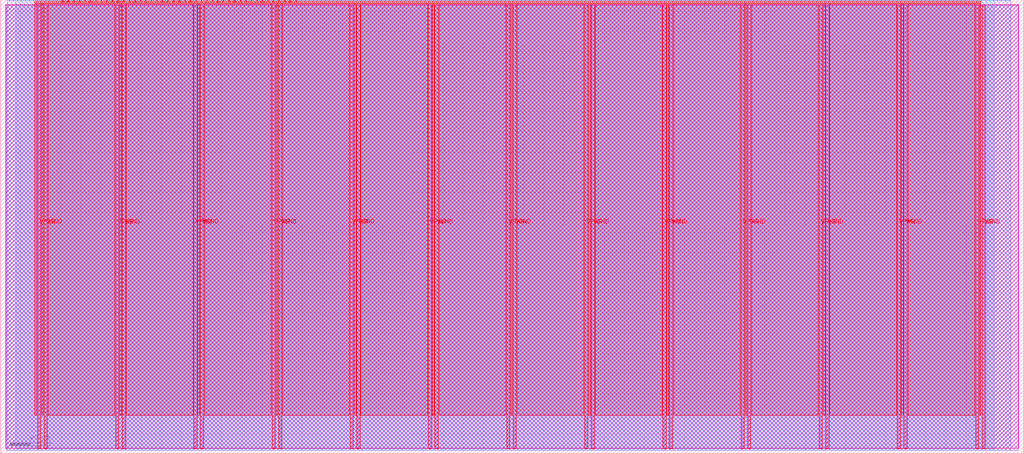
<source format=lef>
VERSION 5.7 ;
  NOWIREEXTENSIONATPIN ON ;
  DIVIDERCHAR "/" ;
  BUSBITCHARS "[]" ;
MACRO tt_um_IZ_RG_22
  CLASS BLOCK ;
  FOREIGN tt_um_IZ_RG_22 ;
  ORIGIN 0.000 0.000 ;
  SIZE 508.760 BY 225.760 ;
  PIN VGND
    DIRECTION INOUT ;
    USE GROUND ;
    PORT
      LAYER met4 ;
        RECT 21.580 2.480 23.180 223.280 ;
    END
    PORT
      LAYER met4 ;
        RECT 60.450 2.480 62.050 223.280 ;
    END
    PORT
      LAYER met4 ;
        RECT 99.320 2.480 100.920 223.280 ;
    END
    PORT
      LAYER met4 ;
        RECT 138.190 2.480 139.790 223.280 ;
    END
    PORT
      LAYER met4 ;
        RECT 177.060 2.480 178.660 223.280 ;
    END
    PORT
      LAYER met4 ;
        RECT 215.930 2.480 217.530 223.280 ;
    END
    PORT
      LAYER met4 ;
        RECT 254.800 2.480 256.400 223.280 ;
    END
    PORT
      LAYER met4 ;
        RECT 293.670 2.480 295.270 223.280 ;
    END
    PORT
      LAYER met4 ;
        RECT 332.540 2.480 334.140 223.280 ;
    END
    PORT
      LAYER met4 ;
        RECT 371.410 2.480 373.010 223.280 ;
    END
    PORT
      LAYER met4 ;
        RECT 410.280 2.480 411.880 223.280 ;
    END
    PORT
      LAYER met4 ;
        RECT 449.150 2.480 450.750 223.280 ;
    END
    PORT
      LAYER met4 ;
        RECT 488.020 2.480 489.620 223.280 ;
    END
  END VGND
  PIN VPWR
    DIRECTION INOUT ;
    USE POWER ;
    PORT
      LAYER met4 ;
        RECT 18.280 2.480 19.880 223.280 ;
    END
    PORT
      LAYER met4 ;
        RECT 57.150 2.480 58.750 223.280 ;
    END
    PORT
      LAYER met4 ;
        RECT 96.020 2.480 97.620 223.280 ;
    END
    PORT
      LAYER met4 ;
        RECT 134.890 2.480 136.490 223.280 ;
    END
    PORT
      LAYER met4 ;
        RECT 173.760 2.480 175.360 223.280 ;
    END
    PORT
      LAYER met4 ;
        RECT 212.630 2.480 214.230 223.280 ;
    END
    PORT
      LAYER met4 ;
        RECT 251.500 2.480 253.100 223.280 ;
    END
    PORT
      LAYER met4 ;
        RECT 290.370 2.480 291.970 223.280 ;
    END
    PORT
      LAYER met4 ;
        RECT 329.240 2.480 330.840 223.280 ;
    END
    PORT
      LAYER met4 ;
        RECT 368.110 2.480 369.710 223.280 ;
    END
    PORT
      LAYER met4 ;
        RECT 406.980 2.480 408.580 223.280 ;
    END
    PORT
      LAYER met4 ;
        RECT 445.850 2.480 447.450 223.280 ;
    END
    PORT
      LAYER met4 ;
        RECT 484.720 2.480 486.320 223.280 ;
    END
  END VPWR
  PIN clk
    DIRECTION INPUT ;
    USE SIGNAL ;
    ANTENNAGATEAREA 0.852000 ;
    PORT
      LAYER met4 ;
        RECT 143.830 224.760 144.130 225.760 ;
    END
  END clk
  PIN ena
    DIRECTION INPUT ;
    USE SIGNAL ;
    PORT
      LAYER met4 ;
        RECT 146.590 224.760 146.890 225.760 ;
    END
  END ena
  PIN rst_n
    DIRECTION INPUT ;
    USE SIGNAL ;
    ANTENNAGATEAREA 0.196500 ;
    PORT
      LAYER met4 ;
        RECT 141.070 224.760 141.370 225.760 ;
    END
  END rst_n
  PIN ui_in[0]
    DIRECTION INPUT ;
    USE SIGNAL ;
    ANTENNAGATEAREA 0.213000 ;
    PORT
      LAYER met4 ;
        RECT 138.310 224.760 138.610 225.760 ;
    END
  END ui_in[0]
  PIN ui_in[1]
    DIRECTION INPUT ;
    USE SIGNAL ;
    ANTENNAGATEAREA 0.159000 ;
    PORT
      LAYER met4 ;
        RECT 135.550 224.760 135.850 225.760 ;
    END
  END ui_in[1]
  PIN ui_in[2]
    DIRECTION INPUT ;
    USE SIGNAL ;
    ANTENNAGATEAREA 0.159000 ;
    PORT
      LAYER met4 ;
        RECT 132.790 224.760 133.090 225.760 ;
    END
  END ui_in[2]
  PIN ui_in[3]
    DIRECTION INPUT ;
    USE SIGNAL ;
    ANTENNAGATEAREA 0.126000 ;
    PORT
      LAYER met4 ;
        RECT 130.030 224.760 130.330 225.760 ;
    END
  END ui_in[3]
  PIN ui_in[4]
    DIRECTION INPUT ;
    USE SIGNAL ;
    ANTENNAGATEAREA 0.126000 ;
    PORT
      LAYER met4 ;
        RECT 127.270 224.760 127.570 225.760 ;
    END
  END ui_in[4]
  PIN ui_in[5]
    DIRECTION INPUT ;
    USE SIGNAL ;
    ANTENNAGATEAREA 0.126000 ;
    PORT
      LAYER met4 ;
        RECT 124.510 224.760 124.810 225.760 ;
    END
  END ui_in[5]
  PIN ui_in[6]
    DIRECTION INPUT ;
    USE SIGNAL ;
    ANTENNAGATEAREA 0.213000 ;
    PORT
      LAYER met4 ;
        RECT 121.750 224.760 122.050 225.760 ;
    END
  END ui_in[6]
  PIN ui_in[7]
    DIRECTION INPUT ;
    USE SIGNAL ;
    ANTENNAGATEAREA 0.126000 ;
    PORT
      LAYER met4 ;
        RECT 118.990 224.760 119.290 225.760 ;
    END
  END ui_in[7]
  PIN uio_in[0]
    DIRECTION INPUT ;
    USE SIGNAL ;
    PORT
      LAYER met4 ;
        RECT 116.230 224.760 116.530 225.760 ;
    END
  END uio_in[0]
  PIN uio_in[1]
    DIRECTION INPUT ;
    USE SIGNAL ;
    PORT
      LAYER met4 ;
        RECT 113.470 224.760 113.770 225.760 ;
    END
  END uio_in[1]
  PIN uio_in[2]
    DIRECTION INPUT ;
    USE SIGNAL ;
    PORT
      LAYER met4 ;
        RECT 110.710 224.760 111.010 225.760 ;
    END
  END uio_in[2]
  PIN uio_in[3]
    DIRECTION INPUT ;
    USE SIGNAL ;
    PORT
      LAYER met4 ;
        RECT 107.950 224.760 108.250 225.760 ;
    END
  END uio_in[3]
  PIN uio_in[4]
    DIRECTION INPUT ;
    USE SIGNAL ;
    PORT
      LAYER met4 ;
        RECT 105.190 224.760 105.490 225.760 ;
    END
  END uio_in[4]
  PIN uio_in[5]
    DIRECTION INPUT ;
    USE SIGNAL ;
    PORT
      LAYER met4 ;
        RECT 102.430 224.760 102.730 225.760 ;
    END
  END uio_in[5]
  PIN uio_in[6]
    DIRECTION INPUT ;
    USE SIGNAL ;
    PORT
      LAYER met4 ;
        RECT 99.670 224.760 99.970 225.760 ;
    END
  END uio_in[6]
  PIN uio_in[7]
    DIRECTION INPUT ;
    USE SIGNAL ;
    PORT
      LAYER met4 ;
        RECT 96.910 224.760 97.210 225.760 ;
    END
  END uio_in[7]
  PIN uio_oe[0]
    DIRECTION OUTPUT ;
    USE SIGNAL ;
    PORT
      LAYER met4 ;
        RECT 49.990 224.760 50.290 225.760 ;
    END
  END uio_oe[0]
  PIN uio_oe[1]
    DIRECTION OUTPUT ;
    USE SIGNAL ;
    PORT
      LAYER met4 ;
        RECT 47.230 224.760 47.530 225.760 ;
    END
  END uio_oe[1]
  PIN uio_oe[2]
    DIRECTION OUTPUT ;
    USE SIGNAL ;
    PORT
      LAYER met4 ;
        RECT 44.470 224.760 44.770 225.760 ;
    END
  END uio_oe[2]
  PIN uio_oe[3]
    DIRECTION OUTPUT ;
    USE SIGNAL ;
    PORT
      LAYER met4 ;
        RECT 41.710 224.760 42.010 225.760 ;
    END
  END uio_oe[3]
  PIN uio_oe[4]
    DIRECTION OUTPUT ;
    USE SIGNAL ;
    PORT
      LAYER met4 ;
        RECT 38.950 224.760 39.250 225.760 ;
    END
  END uio_oe[4]
  PIN uio_oe[5]
    DIRECTION OUTPUT ;
    USE SIGNAL ;
    PORT
      LAYER met4 ;
        RECT 36.190 224.760 36.490 225.760 ;
    END
  END uio_oe[5]
  PIN uio_oe[6]
    DIRECTION OUTPUT ;
    USE SIGNAL ;
    PORT
      LAYER met4 ;
        RECT 33.430 224.760 33.730 225.760 ;
    END
  END uio_oe[6]
  PIN uio_oe[7]
    DIRECTION OUTPUT ;
    USE SIGNAL ;
    PORT
      LAYER met4 ;
        RECT 30.670 224.760 30.970 225.760 ;
    END
  END uio_oe[7]
  PIN uio_out[0]
    DIRECTION OUTPUT ;
    USE SIGNAL ;
    ANTENNAGATEAREA 0.126000 ;
    ANTENNADIFFAREA 1.320000 ;
    PORT
      LAYER met4 ;
        RECT 72.070 224.760 72.370 225.760 ;
    END
  END uio_out[0]
  PIN uio_out[1]
    DIRECTION OUTPUT ;
    USE SIGNAL ;
    ANTENNAGATEAREA 0.126000 ;
    ANTENNADIFFAREA 1.320000 ;
    PORT
      LAYER met4 ;
        RECT 69.310 224.760 69.610 225.760 ;
    END
  END uio_out[1]
  PIN uio_out[2]
    DIRECTION OUTPUT ;
    USE SIGNAL ;
    ANTENNAGATEAREA 0.126000 ;
    ANTENNADIFFAREA 1.320000 ;
    PORT
      LAYER met4 ;
        RECT 66.550 224.760 66.850 225.760 ;
    END
  END uio_out[2]
  PIN uio_out[3]
    DIRECTION OUTPUT ;
    USE SIGNAL ;
    ANTENNAGATEAREA 0.126000 ;
    ANTENNADIFFAREA 1.320000 ;
    PORT
      LAYER met4 ;
        RECT 63.790 224.760 64.090 225.760 ;
    END
  END uio_out[3]
  PIN uio_out[4]
    DIRECTION OUTPUT ;
    USE SIGNAL ;
    ANTENNAGATEAREA 0.126000 ;
    ANTENNADIFFAREA 0.891000 ;
    PORT
      LAYER met4 ;
        RECT 61.030 224.760 61.330 225.760 ;
    END
  END uio_out[4]
  PIN uio_out[5]
    DIRECTION OUTPUT ;
    USE SIGNAL ;
    ANTENNAGATEAREA 0.126000 ;
    ANTENNADIFFAREA 0.891000 ;
    PORT
      LAYER met4 ;
        RECT 58.270 224.760 58.570 225.760 ;
    END
  END uio_out[5]
  PIN uio_out[6]
    DIRECTION OUTPUT ;
    USE SIGNAL ;
    ANTENNAGATEAREA 0.126000 ;
    ANTENNADIFFAREA 0.891000 ;
    PORT
      LAYER met4 ;
        RECT 55.510 224.760 55.810 225.760 ;
    END
  END uio_out[6]
  PIN uio_out[7]
    DIRECTION OUTPUT ;
    USE SIGNAL ;
    ANTENNAGATEAREA 0.126000 ;
    ANTENNADIFFAREA 1.320000 ;
    PORT
      LAYER met4 ;
        RECT 52.750 224.760 53.050 225.760 ;
    END
  END uio_out[7]
  PIN uo_out[0]
    DIRECTION OUTPUT ;
    USE SIGNAL ;
    ANTENNAGATEAREA 0.126000 ;
    ANTENNADIFFAREA 1.320000 ;
    PORT
      LAYER met4 ;
        RECT 94.150 224.760 94.450 225.760 ;
    END
  END uo_out[0]
  PIN uo_out[1]
    DIRECTION OUTPUT ;
    USE SIGNAL ;
    ANTENNAGATEAREA 0.126000 ;
    ANTENNADIFFAREA 1.320000 ;
    PORT
      LAYER met4 ;
        RECT 91.390 224.760 91.690 225.760 ;
    END
  END uo_out[1]
  PIN uo_out[2]
    DIRECTION OUTPUT ;
    USE SIGNAL ;
    ANTENNAGATEAREA 0.126000 ;
    ANTENNADIFFAREA 0.891000 ;
    PORT
      LAYER met4 ;
        RECT 88.630 224.760 88.930 225.760 ;
    END
  END uo_out[2]
  PIN uo_out[3]
    DIRECTION OUTPUT ;
    USE SIGNAL ;
    ANTENNAGATEAREA 0.126000 ;
    ANTENNADIFFAREA 0.891000 ;
    PORT
      LAYER met4 ;
        RECT 85.870 224.760 86.170 225.760 ;
    END
  END uo_out[3]
  PIN uo_out[4]
    DIRECTION OUTPUT ;
    USE SIGNAL ;
    ANTENNAGATEAREA 0.126000 ;
    ANTENNADIFFAREA 1.320000 ;
    PORT
      LAYER met4 ;
        RECT 83.110 224.760 83.410 225.760 ;
    END
  END uo_out[4]
  PIN uo_out[5]
    DIRECTION OUTPUT ;
    USE SIGNAL ;
    ANTENNAGATEAREA 0.126000 ;
    ANTENNADIFFAREA 0.891000 ;
    PORT
      LAYER met4 ;
        RECT 80.350 224.760 80.650 225.760 ;
    END
  END uo_out[5]
  PIN uo_out[6]
    DIRECTION OUTPUT ;
    USE SIGNAL ;
    ANTENNAGATEAREA 0.126000 ;
    ANTENNADIFFAREA 1.320000 ;
    PORT
      LAYER met4 ;
        RECT 77.590 224.760 77.890 225.760 ;
    END
  END uo_out[6]
  PIN uo_out[7]
    DIRECTION OUTPUT ;
    USE SIGNAL ;
    ANTENNAGATEAREA 0.126000 ;
    ANTENNADIFFAREA 1.320000 ;
    PORT
      LAYER met4 ;
        RECT 74.830 224.760 75.130 225.760 ;
    END
  END uo_out[7]
  OBS
      LAYER nwell ;
        RECT 2.570 2.635 506.190 223.230 ;
      LAYER li1 ;
        RECT 2.760 2.635 506.000 223.125 ;
      LAYER met1 ;
        RECT 2.760 1.740 506.000 223.280 ;
      LAYER met2 ;
        RECT 3.320 1.710 502.220 225.605 ;
      LAYER met3 ;
        RECT 7.425 2.555 493.975 225.585 ;
      LAYER met4 ;
        RECT 16.855 224.360 30.270 224.905 ;
        RECT 31.370 224.360 33.030 224.905 ;
        RECT 34.130 224.360 35.790 224.905 ;
        RECT 36.890 224.360 38.550 224.905 ;
        RECT 39.650 224.360 41.310 224.905 ;
        RECT 42.410 224.360 44.070 224.905 ;
        RECT 45.170 224.360 46.830 224.905 ;
        RECT 47.930 224.360 49.590 224.905 ;
        RECT 50.690 224.360 52.350 224.905 ;
        RECT 53.450 224.360 55.110 224.905 ;
        RECT 56.210 224.360 57.870 224.905 ;
        RECT 58.970 224.360 60.630 224.905 ;
        RECT 61.730 224.360 63.390 224.905 ;
        RECT 64.490 224.360 66.150 224.905 ;
        RECT 67.250 224.360 68.910 224.905 ;
        RECT 70.010 224.360 71.670 224.905 ;
        RECT 72.770 224.360 74.430 224.905 ;
        RECT 75.530 224.360 77.190 224.905 ;
        RECT 78.290 224.360 79.950 224.905 ;
        RECT 81.050 224.360 82.710 224.905 ;
        RECT 83.810 224.360 85.470 224.905 ;
        RECT 86.570 224.360 88.230 224.905 ;
        RECT 89.330 224.360 90.990 224.905 ;
        RECT 92.090 224.360 93.750 224.905 ;
        RECT 94.850 224.360 96.510 224.905 ;
        RECT 97.610 224.360 99.270 224.905 ;
        RECT 100.370 224.360 102.030 224.905 ;
        RECT 103.130 224.360 104.790 224.905 ;
        RECT 105.890 224.360 107.550 224.905 ;
        RECT 108.650 224.360 110.310 224.905 ;
        RECT 111.410 224.360 113.070 224.905 ;
        RECT 114.170 224.360 115.830 224.905 ;
        RECT 116.930 224.360 118.590 224.905 ;
        RECT 119.690 224.360 121.350 224.905 ;
        RECT 122.450 224.360 124.110 224.905 ;
        RECT 125.210 224.360 126.870 224.905 ;
        RECT 127.970 224.360 129.630 224.905 ;
        RECT 130.730 224.360 132.390 224.905 ;
        RECT 133.490 224.360 135.150 224.905 ;
        RECT 136.250 224.360 137.910 224.905 ;
        RECT 139.010 224.360 140.670 224.905 ;
        RECT 141.770 224.360 143.430 224.905 ;
        RECT 144.530 224.360 146.190 224.905 ;
        RECT 147.290 224.360 487.305 224.905 ;
        RECT 16.855 223.680 487.305 224.360 ;
        RECT 16.855 19.215 17.880 223.680 ;
        RECT 20.280 19.215 21.180 223.680 ;
        RECT 23.580 19.215 56.750 223.680 ;
        RECT 59.150 19.215 60.050 223.680 ;
        RECT 62.450 19.215 95.620 223.680 ;
        RECT 98.020 19.215 98.920 223.680 ;
        RECT 101.320 19.215 134.490 223.680 ;
        RECT 136.890 19.215 137.790 223.680 ;
        RECT 140.190 19.215 173.360 223.680 ;
        RECT 175.760 19.215 176.660 223.680 ;
        RECT 179.060 19.215 212.230 223.680 ;
        RECT 214.630 19.215 215.530 223.680 ;
        RECT 217.930 19.215 251.100 223.680 ;
        RECT 253.500 19.215 254.400 223.680 ;
        RECT 256.800 19.215 289.970 223.680 ;
        RECT 292.370 19.215 293.270 223.680 ;
        RECT 295.670 19.215 328.840 223.680 ;
        RECT 331.240 19.215 332.140 223.680 ;
        RECT 334.540 19.215 367.710 223.680 ;
        RECT 370.110 19.215 371.010 223.680 ;
        RECT 373.410 19.215 406.580 223.680 ;
        RECT 408.980 19.215 409.880 223.680 ;
        RECT 412.280 19.215 445.450 223.680 ;
        RECT 447.850 19.215 448.750 223.680 ;
        RECT 451.150 19.215 484.320 223.680 ;
        RECT 486.720 19.215 487.305 223.680 ;
  END
END tt_um_IZ_RG_22
END LIBRARY


</source>
